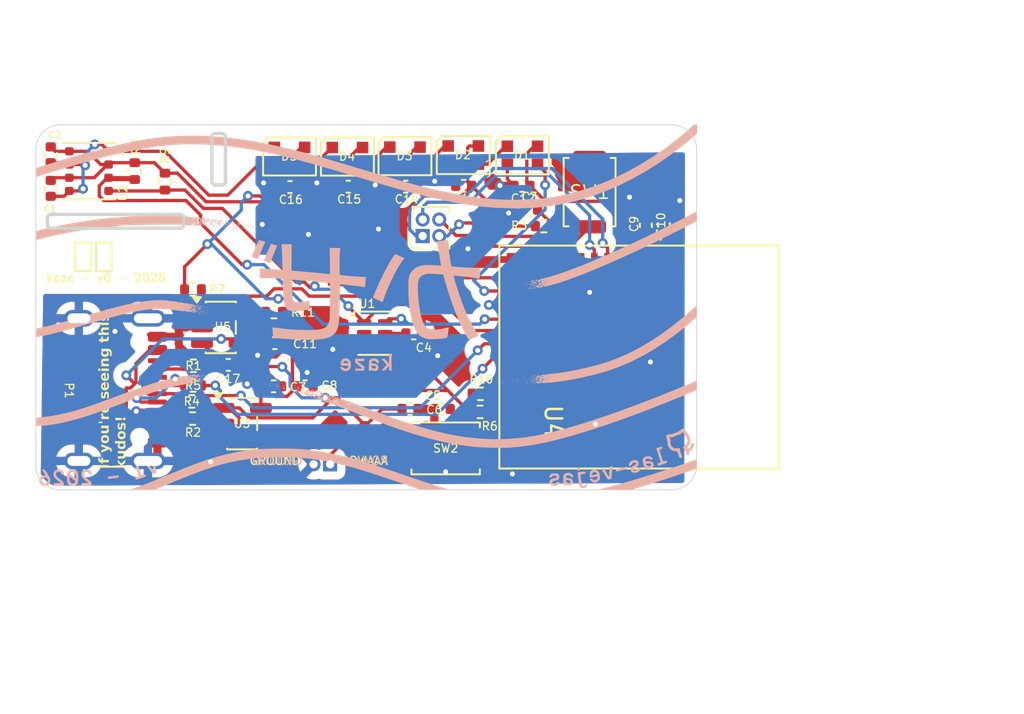
<source format=kicad_pcb>
(kicad_pcb (version 20241229) (generator "pcbnew") (generator_version "9.0")
  (layers (0 "F.Cu" signal) (2 "B.Cu" signal) (13 "F.Paste" user) (15 "B.Paste" user) (5 "F.SilkS" user "F.Silkscreen") (7 "B.SilkS" user "B.Silkscreen") (1 "F.Mask" user) (3 "B.Mask" user) (25 "Edge.Cuts" user))
  (net 0 "")
  (net 1 "+BATT")
  (net 2 "GND")
  (net 3 "+3V3")
  (net 4 "/STAT")
  (net 5 "+5V")
  (net 6 "/D-")
  (net 7 "Net-(P1-D--PadA7)")
  (net 8 "/D+")
  (net 9 "Net-(P1-D+-PadA6)")
  (net 10 "Net-(P1-CC2)")
  (net 11 "Net-(P1-CC1)")
  (net 12 "Net-(D1-DOUT)")
  (net 13 "/LED")
  (net 14 "Net-(D2-DOUT)")
  (net 15 "Net-(D3-DOUT)")
  (net 16 "Net-(D4-DOUT)")
  (net 18 "Net-(U4-IO8)")
  (net 19 "Net-(U5-PROG)")
  (net 21 "/IO4")
  (net 25 "/IO3")
  (net 30 "/IO2")
  (net 35 "/IO5")
  (net 39 "/boot")
  (net 42 "/SDA")
  (net 43 "/SCL")
  (net 44 "/EN")
  (footprint "Capacitor_SMD:C_0402_1005Metric" (layer "F.Cu") (at 157.6096 82.931)
    (property "Reference" "C17")
    (property "Value" "4.7uF")
  )
  (footprint "Capacitor_SMD:C_0402_1005Metric" (layer "F.Cu") (at 160.429 81.6102)
    (property "Reference" "C11")
    (property "Value" "4.7uF")
  )
  (footprint "Resistor_SMD:R_0402_1005Metric" (layer "F.Cu") (at 172.847 85.7758)
    (property "Reference" "R6")
    (property "Value" "10k")
  )
  (footprint "Capacitor_SMD:C_0402_1005Metric" (layer "F.Cu") (at 160.3502 84.2264)
    (property "Reference" "C7")
    (property "Value" "10uF")
  )
  (footprint "Resistor_SMD:R_0402_1005Metric" (layer "F.Cu") (at 155.448 86.1822)
    (property "Reference" "R2")
    (property "Value" "5.1k")
  )
  (footprint "Button_Switch_SMD:SW_Push_SPST_NO_Alps_SKRK" (layer "F.Cu") (at 179.4764 72.4662 -90)
    (property "Reference" "SW1")
    (property "Value" "SW_Push")
  )
  (footprint "LED_SMD:LED_WS2812B-2020_PLCC4_2.0x2.0mm" (layer "F.Cu") (at 175.4112 70.2388)
    (property "Reference" "D1")
    (property "Value" "WS2812B-2020")
  )
  (footprint "Resistor_SMD:R_0402_1005Metric" (layer "F.Cu") (at 155.4714 78.359)
    (property "Reference" "R7")
    (property "Value" "10k")
  )
  (footprint "LED_SMD:LED_WS2812B-2020_PLCC4_2.0x2.0mm" (layer "F.Cu") (at 171.8304 70.2222)
    (property "Reference" "D2")
    (property "Value" "WS2812B-2020")
  )
  (footprint "Capacitor_SMD:C_0402_1005Metric" (layer "F.Cu") (at 171.8538 72.0852 180)
    (property "Reference" "C13")
    (property "Value" "100nF")
  )
  (footprint "Resistor_SMD:R_0402_1005Metric" (layer "F.Cu") (at 151.9428 71.1942 90)
    (property "Reference" "R8")
    (property "Value" "4.7k")
  )
  (footprint "Capacitor_SMD:C_0402_1005Metric" (layer "F.Cu") (at 168.8338 81.026)
    (property "Reference" "C4")
    (property "Value" "1uF")
  )
  (footprint "Capacitor_SMD:C_0402_1005Metric" (layer "F.Cu") (at 182.88 74.4728 90)
    (property "Reference" "C10")
    (property "Value" "100nF")
  )
  (footprint "Connector_USB:USB_C_Receptacle_GCT_USB4105-xx-A_16P_TopMnt_Horizontal" (layer "F.Cu") (at 149.6396 84.4276 -90)
    (property "Reference" "P1")
    (property "Value" "USB_C_Plug_USB2.0")
  )
  (footprint "Resistor_SMD:R_0402_1005Metric" (layer "F.Cu") (at 153.7716 71.8292 90)
    (property "Reference" "R9")
    (property "Value" "4.7k")
  )
  (footprint "Package_TO_SOT_SMD:SOT-23-5" (layer "F.Cu") (at 158.4452 86.487)
    (property "Reference" "U3")
    (property "Value" "AP2112K-3.3")
  )
  (footprint "Package_TO_SOT_SMD:SOT-23-5" (layer "F.Cu") (at 157.1553 80.6602)
    (property "Reference" "U5")
    (property "Value" "MCP73831-2-OT")
  )
  (footprint "Resistor_SMD:R_0402_1005Metric" (layer "F.Cu") (at 155.4988 82.9818)
    (property "Reference" "R1")
    (property "Value" "5.1k")
  )
  (footprint "Capacitor_SMD:C_0402_1005Metric" (layer "F.Cu") (at 170.561 85.598 180)
    (property "Reference" "C5")
    (property "Value" "100nF")
  )
  (footprint "Capacitor_SMD:C_0402_1005Metric" (layer "F.Cu") (at 175.8442 73.533 180)
    (property "Reference" "C3")
    (property "Value" "1uF")
  )
  (footprint "RF_Module:ESP32-C6-MINI-1" (layer "F.Cu") (at 179.762 82.4546 -90)
    (property "Reference" "U4")
    (property "Value" "ESP32-C6-MINI-1")
  )
  (footprint "Resistor_SMD:R_0402_1005Metric" (layer "F.Cu") (at 155.3972 85.1408)
    (property "Reference" "R4")
    (property "Value" "22")
  )
  (footprint "LED_SMD:LED_WS2812B-2020_PLCC4_2.0x2.0mm" (layer "F.Cu") (at 164.8194 70.315)
    (property "Reference" "D4")
    (property "Value" "WS2812B-2020")
  )
  (footprint "Capacitor_SMD:C_0402_1005Metric" (layer "F.Cu") (at 175.3844 72.0852 180)
    (property "Reference" "C12")
    (property "Value" "100nF")
  )
  (footprint "LED_SMD:LED_WS2812B-2020_PLCC4_2.0x2.0mm" (layer "F.Cu") (at 168.2992 70.2896)
    (property "Reference" "D3")
    (property "Value" "WS2812B-2020")
  )
  (footprint "Resistor_SMD:R_0402_1005Metric" (layer "F.Cu") (at 160.3736 79.7306 180)
    (property "Reference" "R11")
    (property "Value" "2.4k")
  )
  (footprint "Capacitor_SMD:C_0402_1005Metric" (layer "F.Cu") (at 168.3512 72.136 180)
    (property "Reference" "C14")
    (property "Value" "100nF")
  )
  (footprint "LED_SMD:LED_WS2812B-2020_PLCC4_2.0x2.0mm" (layer "F.Cu") (at 161.3142 70.3072)
    (property "Reference" "D5")
    (property "Value" "WS2812B-2020")
  )
  (footprint "Resistor_SMD:R_0402_1005Metric" (layer "F.Cu") (at 172.8724 84.6836)
    (property "Reference" "R10")
    (property "Value" "10k")
  )
  (footprint "Package_LGA:Bosch_LGA-8_3x3mm_P0.8mm_ClockwisePinNumbering" (layer "F.Cu") (at 149.1742 71.1942 -90)
    (property "Reference" "U2")
    (property "Value" "BME680")
  )
  (footprint "Capacitor_SMD:C_0402_1005Metric" (layer "F.Cu") (at 168.6052 85.598)
    (property "Reference" "C6")
    (property "Value" "10uF")
  )
  (footprint "Resistor_SMD:R_0402_1005Metric" (layer "F.Cu") (at 155.4734 84.1756)
    (property "Reference" "R5")
    (property "Value" "22")
  )
  (footprint "Resistor_SMD:R_0402_1005Metric" (layer "F.Cu") (at 176.7078 74.5236)
    (property "Reference" "R3")
    (property "Value" "10k")
  )
  (footprint "Connector_PinHeader_1.00mm:PinHeader_2x02_P1.00mm_Vertical" (layer "F.Cu") (at 169.3752 75.1252 90)
    (property "Reference" "J2" (hide yes))
    (property "Value" "Conn_02x02_Odd_Even")
  )
  (footprint "Button_Switch_SMD:SW_Push_SPST_NO_Alps_SKRK" (layer "F.Cu") (at 170.7642 87.9856)
    (property "Reference" "SW2")
    (property "Value" "SW_Push")
  )
  (footprint "OptoDevice:AMS_TSL25911FN" (layer "F.Cu") (at 166.4691 81.011)
    (property "Reference" "U1")
    (property "Value" "TSL25911FN")
  )
  (footprint "Capacitor_SMD:C_0402_1005Metric" (layer "F.Cu") (at 162.2552 84.2264)
    (property "Reference" "C8")
    (property "Value" "100nF")
  )
  (footprint "Capacitor_SMD:C_0402_1005Metric" (layer "F.Cu") (at 183.9722 74.4448 90)
    (property "Reference" "C9")
    (property "Value" "22uf")
  )
  (footprint "Capacitor_SMD:C_0402_1005Metric" (layer "F.Cu") (at 164.8714 72.136 180)
    (property "Reference" "C15")
    (property "Value" "100nF")
  )
  (footprint "Capacitor_SMD:C_0402_1005Metric" (layer "F.Cu") (at 161.3408 72.1614 180)
    (property "Reference" "C16")
    (property "Value" "100nF")
  )
  (footprint "Capacitor_SMD:C_0402_1005Metric" (layer "F.Cu") (at 146.8628 72.2376 -90)
    (property "Reference" "C1")
    (property "Value" "100nF")
  )
  (footprint "Capacitor_SMD:C_0402_1005Metric" (layer "F.Cu") (at 146.8628 70.2056 -90)
    (property "Reference" "C2")
    (property "Value" "100nF")
  )
  (footprint "LOGO" (layer "B.Cu") (at 165.9636 79.4258 180)
    (property "Reference" "G***" (hide yes))
    (property "Value" "LOGO" (hide yes))
  )
  (footprint "Connector_PinHeader_1.00mm:PinHeader_1x02_P1.00mm_Vertical" (layer "B.Cu") (at 163.3462 88.5258 180)
    (property "Reference" "J1" (hide yes))
    (property "Value" "Conn_01x02_Pin")
  )
  (gr_line (start 145.9563 88.998) (end 145.9563 69.8898) (stroke (width 0.05)) (layer "Edge.Cuts"))
  (gr_line (start 185.9563 69.8898) (end 185.9563 88.998) (stroke (width 0.05)) (layer "Edge.Cuts"))
  (gr_line (start 156.6164 71.8344) (end 156.6164 69.1102) (stroke (width 0.2)) (layer "Edge.Cuts"))
  (gr_arc (start 145.9563 69.8898) (mid 146.39564 68.82914) (end 147.4563 68.3898) (stroke (width 0.05)) (layer "Edge.Cuts"))
  (gr_line (start 146.6596 74.4506) (end 146.6596 74.0124) (stroke (width 0.2)) (layer "Edge.Cuts"))
  (gr_arc (start 154.9146 74.4506) (mid 154.856021 74.592021) (end 154.7146 74.6506) (stroke (width 0.2)) (layer "Edge.Cuts"))
  (gr_line (start 157.4292 69.1102) (end 157.4292 71.8344) (stroke (width 0.2)) (layer "Edge.Cuts"))
  (gr_line (start 154.7146 74.6506) (end 146.8596 74.6506) (stroke (width 0.2)) (layer "Edge.Cuts"))
  (gr_line (start 154.9146 74.0124) (end 154.9146 74.4506) (stroke (width 0.2)) (layer "Edge.Cuts"))
  (gr_line (start 156.8164 68.9102) (end 157.2292 68.9102) (stroke (width 0.2)) (layer "Edge.Cuts"))
  (gr_arc (start 146.6596 74.0124) (mid 146.718179 73.870979) (end 146.8596 73.8124) (stroke (width 0.2)) (layer "Edge.Cuts"))
  (gr_line (start 184.4563 90.498) (end 147.4563 90.498) (stroke (width 0.05)) (layer "Edge.Cuts"))
  (gr_arc (start 147.4563 90.498) (mid 146.39564 90.05866) (end 145.9563 88.998) (stroke (width 0.05)) (layer "Edge.Cuts"))
  (gr_arc (start 157.2292 68.9102) (mid 157.370621 68.968779) (end 157.4292 69.1102) (stroke (width 0.2)) (layer "Edge.Cuts"))
  (gr_arc (start 185.9563 88.998) (mid 185.51696 90.05866) (end 184.4563 90.498) (stroke (width 0.05)) (layer "Edge.Cuts"))
  (gr_arc (start 146.8596 74.6506) (mid 146.718179 74.592021) (end 146.6596 74.4506) (stroke (width 0.2)) (layer "Edge.Cuts"))
  (gr_arc (start 157.4292 71.8344) (mid 157.370621 71.975821) (end 157.2292 72.0344) (stroke (width 0.2)) (layer "Edge.Cuts"))
  (gr_arc (start 184.4563 68.3898) (mid 185.51696 68.82914) (end 185.9563 69.8898) (stroke (width 0.05)) (layer "Edge.Cuts"))
  (gr_arc (start 154.7146 73.8124) (mid 154.856021 73.870979) (end 154.9146 74.0124) (stroke (width 0.2)) (layer "Edge.Cuts"))
  (gr_arc (start 156.6164 69.1102) (mid 156.674979 68.968779) (end 156.8164 68.9102) (stroke (width 0.2)) (layer "Edge.Cuts"))
  (gr_line (start 147.4563 68.3898) (end 184.4563 68.3898) (stroke (width 0.05)) (layer "Edge.Cuts"))
  (gr_line (start 146.8596 73.8124) (end 154.7146 73.8124) (stroke (width 0.2)) (layer "Edge.Cuts"))
  (gr_arc (start 156.8164 72.0344) (mid 156.674979 71.975821) (end 156.6164 71.8344) (stroke (width 0.2)) (layer "Edge.Cuts"))
  (gr_line (start 157.2292 72.0344) (end 156.8164 72.0344) (stroke (width 0.2)) (layer "Edge.Cuts"))
  (gr_text "If you're seeing this, \nkudos!" (at 151.4856 89.2302 90) (layer "F.SilkS") (effects (font (size 0.6 0.6) (thickness 0.15) (bold yes)) (justify left bottom)))
  (gr_text "かぜ" (at 148.1836 77.1906 0) (layer "F.SilkS") (effects (font (size 1.5 1.5) (thickness 0.3) (bold yes)) (justify left bottom)))
  (gr_text "kaze - v0 - 2026" (at 146.5326 77.9526 0) (layer "F.SilkS") (effects (font (size 0.5 0.5) (thickness 0.1) (bold yes)) (justify left bottom)))
  (segment (start 165.735 86.4362) (end 166.084 86.4362) (width 0.2) (layer "F.Cu") (net 1))
  (segment (start 163.9316 84.9218) (end 164.2206 84.9218) (width 0.2) (layer "F.Cu") (net 1))
  (segment (start 168.1252 85.598) (end 166.9222 85.598) (width 0.2) (layer "F.Cu") (net 1))
  (segment (start 157.7406 83.542) (end 158.4438 83.542) (width 0.2) (layer "F.Cu") (net 1))
  (segment (start 157.1296 82.931) (end 157.7406 83.542) (width 0.2) (layer "F.Cu") (net 1))
  (segment (start 157.662168 85.537) (end 158.2712 86.146032) (width 0.2) (layer "F.Cu") (net 1))
  (segment (start 163.4744 84.9218) (end 163.9316 84.9218) (width 0.2) (layer "F.Cu") (net 1))
  (segment (start 157.970199 87.437) (end 157.3077 87.437) (width 0.2) (layer "F.Cu") (net 1))
  (segment (start 166.9222 85.598) (end 166.084 86.4362) (width 0.2) (layer "F.Cu") (net 1))
  (segment (start 164.2206 84.9218) (end 165.735 86.4362) (width 0.2) (layer "F.Cu") (net 1))
  (segment (start 158.4438 83.542) (end 158.9532 83.0326) (width 0.2) (layer "F.Cu") (net 1))
  (segment (start 165.735 86.4362) (end 163.7712 88.4) (width 0.2) (layer "F.Cu") (net 1))
  (segment (start 158.9532 83.0326) (end 160.857204 83.0326) (width 0.2) (layer "F.Cu") (net 1))
  (segment (start 157.3077 85.537) (end 157.662168 85.537) (width 0.2) (layer "F.Cu") (net 1))
  (segment (start 157.1296 82.931) (end 157.1296 82.722) (width 0.2) (layer "F.Cu") (net 1))
  (segment (start 158.2712 86.146032) (end 158.2712 87.135999) (width 0.2) (layer "F.Cu") (net 1))
  (segment (start 158.278232 85.537) (end 158.879232 86.138) (width 0.2) (layer "F.Cu") (net 1))
  (segment (start 157.1296 82.722) (end 156.0178 81.6102) (width 0.2) (layer "F.Cu") (net 1))
  (segment (start 157.3077 85.537) (end 158.278232 85.537) (width 0.2) (layer "F.Cu") (net 1))
  (segment (start 158.2712 87.135999) (end 157.970199 87.437) (width 0.2) (layer "F.Cu") (net 1))
  (segment (start 163.7712 88.4) (end 163.7712 88.9508) (width 0.2) (layer "F.Cu") (net 1))
  (segment (start 162.7154 86.138) (end 163.9316 84.9218) (width 0.2) (layer "F.Cu") (net 1))
  (segment (start 158.879232 86.138) (end 162.7154 86.138) (width 0.2) (layer "F.Cu") (net 1))
  (segment (start 160.857204 83.0326) (end 160.874432 83.049828) (width 0.2) (layer "F.Cu") (net 1))
  (via (at 160.874432 83.049828) (size 0.6) (drill 0.3) (layers "F.Cu" "B.Cu") (net 1))
  (via (at 163.4744 84.9218) (size 0.6) (drill 0.3) (layers "F.Cu" "B.Cu") (net 1))
  (segment (start 162.052 84.9218) (end 161.349404 84.219204) (width 0.2) (layer "B.Cu") (net 1))
  (segment (start 161.349404 84.219204) (end 161.349404 83.5248) (width 0.2) (layer "B.Cu") (net 1))
  (segment (start 161.349404 83.5248) (end 160.874432 83.049828) (width 0.2) (layer "B.Cu") (net 1))
  (segment (start 163.4744 84.9218) (end 162.052 84.9218) (width 0.2) (layer "B.Cu") (net 1))
  (segment (start 160.3992 70.8572) (end 160.3992 71.6998) (width 0.2) (layer "F.Cu") (net 2))
  (segment (start 155.958 88.2162) (end 156.5402 88.7984) (width 0.2) (layer "F.Cu") (net 2))
  (segment (start 162.3822 83.8734) (end 162.7352 84.2264) (width 0.2) (layer "F.Cu") (net 2))
  (segment (start 155.958 86.1822) (end 155.958 88.2162) (width 0.2) (layer "F.Cu") (net 2))
  (segment (start 164.846 81.661) (end 164.7952 81.7118) (width 0.2) (layer "F.Cu") (net 2))
  (segment (start 153.9234 82.6776) (end 154.559 82.042) (width 0.2) (layer "F.Cu") (net 2))
  (segment (start 167.3842 71.649) (end 167.8712 72.136) (width 0.2) (layer "F.Cu") (net 2))
  (segment (start 150.3617 69.9942) (end 153.7717 69.9942) (width 0.2) (layer "F.Cu") (net 2))
  (segment (start 174.812 76.5046) (end 172.7198 76.5046) (width 0.2) (layer "F.Cu") (net 2))
  (segment (start 160.909 82.042) (end 160.909 81.6102) (width 0.2) (layer "F.Cu") (net 2))
  (segment (start 175.9524 79.2546) (end 175.9712 79.2734) (width 0.2) (layer "F.Cu") (net 2))
  (segment (start 174.4962 70.7888) (end 174.4962 71.677) (width 0.2) (layer "F.Cu") (net 2))
  (segment (start 159.2422 83.5914) (end 158.75 84.0836) (width 0.2) (layer "F.Cu") (net 2))
  (segment (start 160.909 79.756) (end 160.8836 79.7306) (width 0.2) (layer "F.Cu") (net 2))
  (segment (start 170.9154 70.7722) (end 170.9154 71.6268) (width 0.2) (layer "F.Cu") (net 2))
  (segment (start 149.946185 69.578685) (end 150.3617 69.9942) (width 0.2) (layer "F.Cu") (net 2))
  (segment (start 175.3642 73.533) (end 174.779543 73.533) (width 0.2) (layer "F.Cu") (net 2))
  (segment (start 174.862 79.2546) (end 173.4246 79.2546) (width 0.2) (layer "F.Cu") (net 2))
  (segment (start 154.2546 81.2276) (end 153.3196 81.2276) (width 0.2) (layer "F.Cu") (net 2))
  (segment (start 157.3077 86.487) (end 156.2628 86.487) (width 0.2) (layer "F.Cu") (net 2))
  (segment (start 148.8992 70.7942) (end 148.9456 70.8406) (width 0.2) (layer "F.Cu") (net 2))
  (segment (start 157.5762 72.6494) (end 159.3684 70.8572) (width 0.2) (layer "F.Cu") (net 2))
  (segment (start 153.3196 82.6776) (end 153.9234 82.6776) (width 0.2) (layer "F.Cu") (net 2))
  (segment (start 159.3684 70.8572) (end 160.3992 70.8572) (width 0.2) (layer "F.Cu") (net 2))
  (segment (start 167.3842 70.8396) (end 167.3842 71.649) (width 0.2) (layer "F.Cu") (net 2))
  (segment (start 174.862 76.5546) (end 174.812 76.5046) (width 0.2) (layer "F.Cu") (net 2))
  (segment (start 148.6874 72.3942) (end 148.8186 72.263) (width 0.2) (layer "F.Cu") (net 2))
  (segment (start 153.3196 85.6776) (end 152.094035 85.6776) (width 0.2) (layer "F.Cu") (net 2))
  (segment (start 153.7717 69.9942) (end 156.4269 72.6494) (width 0.2) (layer "F.Cu") (net 2))
  (segment (start 147.9867 70.7942) (end 148.8992 70.7942) (width 0.2) (layer "F.Cu") (net 2))
  (segment (start 175.762 77.2608) (end 176.2506 77.7494) (width 0.2) (layer "F.Cu") (net 2))
  (segment (start 159.4866 82.4484) (end 160.5026 82.4484) (width 0.2) (layer "F.Cu") (net 2))
  (segment (start 163.9044 71.649) (end 164.3914 72.136) (width 0.2) (layer "F.Cu") (net 2))
  (segment (start 165.8316 81.661) (end 164.846 81.661) (width 0.2) (layer "F.Cu") (net 2))
  (segment (start 172.7198 76.5046) (end 172.1104 75.8952) (width 0.2) (layer "F.Cu") (net 2))
  (segment (start 175.762 76.5546) (end 174.862 76.5546) (width 0.2) (layer "F.Cu") (net 2))
  (segment (start 160.8302 84.2264) (end 160.1952 83.5914) (width 0.2) (layer "F.Cu") (net 2))
  (segment (start 156.2628 86.487) (end 155.958 86.1822) (width 0.2) (layer "F.Cu") (net 2))
  (segment (start 146.8628 70.6856) (end 147.8781 70.6856) (width 0.2) (layer "F.Cu") (net 2))
  (segment (start 174.812 89.5258) (end 174.8028 89.535) (width 0.2) (layer "F.Cu") (net 2))
  (segment (start 175.762 76.5546) (end 175.762 77.2608) (width 0.2) (layer "F.Cu") (net 2))
  (segment (start 174.779543 73.533) (end 174.576343 73.7362) (width 0.2) (layer "F.Cu") (net 2))
  (segment (start 149.521715 69.578685) (end 149.946185 69.578685) (width 0.2) (layer "F.Cu") (net 2))
  (segment (start 173.4246 79.2546) (end 173.3804 79.2988) (width 0.2) (layer "F.Cu") (net 2))
  (segment (start 170.9154 71.6268) (end 171.3738 72.0852) (width 0.2) (layer "F.Cu") (net 2))
  (segment (start 160.3992 71.6998) (end 160.8608 72.1614) (width 0.2) (layer "F.Cu") (net 2))
  (segment (start 174.862 79.2546) (end 175.9524 79.2546) (width 0.2) (layer "F.Cu") (net 2))
  (segment (start 159.385 82.3468) (end 159.4866 82.4484) (width 0.2) (layer "F.Cu") (net 2))
  (segment (start 163.9044 70.865) (end 163.9044 71.649) (width 0.2) (layer "F.Cu") (net 2))
  (segment (start 160.5026 82.4484) (end 160.909 82.042) (width 0.2) (layer "F.Cu") (net 2))
  (segment (start 156.4269 72.6494) (end 157.5762 72.6494) (width 0.2) (layer "F.Cu") (net 2))
  (segment (start 174.4962 71.677) (end 174.9044 72.0852) (width 0.2) (layer "F.Cu") (net 2))
  (segment (start 158.6738 82.3468) (end 159.385 82.3468) (width 0.2) (layer "F.Cu") (net 2))
  (segment (start 147.9867 72.3942) (end 148.6874 72.3942) (width 0.2) (layer "F.Cu") (net 2))
  (segment (start 160.909 81.6102) (end 160.909 79.756) (width 0.2) (layer "F.Cu") (net 2))
  (segment (start 158.0896 82.931) (end 158.6738 82.3468) (width 0.2) (layer "F.Cu") (net 2))
  (segment (start 156.0088 82.9818) (end 154.2546 81.2276) (width 0.2) (layer "F.Cu") (net 2))
  (segment (start 162.3822 83.3882) (end 162.3822 83.8734) (width 0.2) (layer "F.Cu") (net 2))
  (segment (start 147.8781 70.6856) (end 147.9867 70.7942) (width 0.2) (layer "F.Cu") (net 2))
  (segment (start 152.094035 85.6776) (end 152.0348 85.736835) (width 0.2) (layer "F.Cu") (net 2))
  (segment (start 174.812 88.4046) (end 174.812 89.5258) (width 0.2) (layer "F.Cu") (net 2))
  (segment (start 160.1952 83.5914) (end 159.2422 83.5914) (width 0.2) (layer "F.Cu") (net 2))
  (segment (start 146.8628 72.7176) (end 147.6633 72.7176) (width 0.2) (layer "F.Cu") (net 2))
  (segment (start 147.6633 72.7176) (end 147.9867 72.3942) (width 0.2) (layer "F.Cu") (net 2))
  (via (at 181.8894 72.771) (size 0.6) (drill 0.3) (layers "F.Cu" "B.Cu") (net 2))
  (via (at 170.7642 89.408) (size 0.6) (drill 0.3) (layers "F.Cu" "B.Cu") (net 2))
  (via (at 158.75 84.0836) (size 0.6) (drill 0.3) (layers "F.Cu" "B.Cu") (net 2))
  (via (at 162.4584 75.0316) (size 0.6) (drill 0.3) (layers "F.Cu" "B.Cu") (net 2))
  (via (at 152.0348 85.736835) (size 0.6) (drill 0.3) (layers "F.Cu" "B.Cu") (net 2))
  (via (at 150.749 80.899) (size 0.6) (drill 0.3) (layers "F.Cu" "B.Cu") (net 2))
  (via (at 166.7002 74.7014) (size 0.6) (drill 0.3) (layers "F.Cu" "B.Cu") (net 2))
  (via (at 173.3804 79.2988) (size 0.6) (drill 0.3) (layers "F.Cu" "B.Cu") (net 2))
  (via (at 166.497 72.0344) (size 0.6) (drill 0.3) (layers "F.Cu" "B.Cu") (net 2))
  (via (at 170.1038 71.8058) (size 0.6) (drill 0.3) (layers "F.Cu" "B.Cu") (net 2))
  (via (at 159.385 82.3468) (size 0.6) (drill 0.3) (layers "F.Cu" "B.Cu") (net 2))
  (via (at 179.4764 78.5368) (size 0.6) (drill 0.3) (layers "F.Cu" "B.Cu") (net 2))
  (via (at 170.2816 82.3722) (size 0.6) (drill 0.3) (layers "F.Cu" "B.Cu") (net 2))
  (via (at 174.8028 89.535) (size 0.6) (drill 0.3) (layers "F.Cu" "B.Cu") (net 2))
  (via (at 163.9316 81.9912) (size 0.6) (drill 0.3) (layers "F.Cu" "B.Cu") (net 2))
  (via (at 183.1594 82.7532) (size 0.6) (drill 0.3) (layers "F.Cu" "B.Cu") (net 2))
  (via (at 159.6644 74.422) (size 0.6) (drill 0.3) (layers "F.Cu" "B.Cu") (net 2))
  (via (at 148.9456 70.8406) (size 0.6) (drill 0.3) (layers "F.Cu" "B.Cu") (net 2))
  (via (at 162.3822 83.3882) (size 0.6) (drill 0.3) (layers "F.Cu" "B.Cu") (net 2))
  (via (at 184.9374 72.9742) (size 0.6) (drill 0.3) (layers "F.Cu" "B.Cu") (net 2))
  (via (at 174.045965 72.064965) (size 0.6) (drill 0.3) (layers "F.Cu" "B.Cu") (net 2))
  (via (at 149.521715 69.578685) (size 0.6) (drill 0.3) (layers "F.Cu" "B.Cu") (net 2))
  (via (at 162.9664 71.9074) (size 0.6) (drill 0.3) (layers "F.Cu" "B.Cu") (net 2))
  (via (at 174.576343 73.7362) (size 0.6) (drill 0.3) (layers "F.Cu" "B.Cu") (net 2))
  (via (at 179.832 86.5124) (size 0.6) (drill 0.3) (layers "F.Cu" "B.Cu") (net 2))
  (via (at 156.5402 88.7984) (size 0.6) (drill 0.3) (layers "F.Cu" "B.Cu") (net 2))
  (via (at 159.7406 71.9074) (size 0.6) (drill 0.3) (layers "F.Cu" "B.Cu") (net 2))
  (via (at 172.1104 75.8952) (size 0.6) (drill 0.3) (layers "F.Cu" "B.Cu") (net 2))
  (via (at 148.8186 72.263) (size 0.6) (drill 0.3) (layers "F.Cu" "B.Cu") (net 2))
  (segment (start 148.9456 70.1548) (end 149.521715 69.578685) (width 0.2) (layer "B.Cu") (net 2))
  (segment (start 148.8186 72.263) (end 148.8186 70.9676) (width 0.2) (layer "B.Cu") (net 2))
  (segment (start 148.8186 70.9676) (end 148.9456 70.8406) (width 0.2) (layer "B.Cu") (net 2))
  (segment (start 159.385 83.4486) (end 158.75 84.0836) (width 0.2) (layer "B.Cu") (net 2))
  (segment (start 159.385 82.3468) (end 159.385 83.4486) (width 0.2) (layer "B.Cu") (net 2))
  (segment (start 148.9456 70.8406) (end 148.9456 70.1548) (width 0.2) (layer "B.Cu") (net 2))
  (segment (start 172.3624 84.6836) (end 172.3624 85.7504) (width 0.2) (layer "F.Cu") (net 3))
  (segment (start 172.3338 72.0852) (end 173.172 72.9234) (width 0.2) (layer "F.Cu") (net 3))
  (segment (start 175.0262 72.9234) (end 175.8644 72.0852) (width 0.2) (layer "F.Cu") (net 3))
  (segment (start 171.7228 72.6962) (end 172.3338 72.0852) (width 0.2) (layer "F.Cu") (net 3))
  (segment (start 161.5782 71.9188) (end 161.8208 72.1614) (width 0.2) (layer "F.Cu") (net 3))
  (segment (start 165.0834 70.214) (end 165.0834 71.868) (width 0.2) (layer "F.Cu") (net 3))
  (segment (start 183.9442 74.9528) (end 183.9722 74.9248) (width 0.2) (layer "F.Cu") (net 3))
  (segment (start 161.4932 82.677) (end 161.49 82.6738) (width 0.2) (layer "F.Cu") (net 3))
  (segment (start 161.7752 84.2264) (end 161.4932 83.9444) (width 0.2) (layer "F.Cu") (net 3))
  (segment (start 159.5374 72.6948) (end 159.893 73.0504) (width 0.2) (layer "F.Cu") (net 3))
  (segment (start 172.7454 69.6722) (end 172.1954 69.6722) (width 0.2) (layer "F.Cu") (net 3))
  (segment (start 170.8912 84.4804) (end 164.5158 84.4804) (width 0.2) (layer "F.Cu") (net 3))
  (segment (start 161.8208 72.1614) (end 162.7098 73.0504) (width 0.2) (layer "F.Cu") (net 3))
  (segment (start 168.3538 81.943) (end 170.8912 84.4804) (width 0.2) (layer "F.Cu") (net 3))
  (segment (start 172.0944 71.8458) (end 172.3338 72.0852) (width 0.2) (layer "F.Cu") (net 3))
  (segment (start 168.5632 71.868) (end 168.8312 72.136) (width 0.2) (layer "F.Cu") (net 3))
  (segment (start 149.0887 69.9942) (end 149.8887 70.7942) (width 0.2) (layer "F.Cu") (net 3))
  (segment (start 161.49 79.3798) (end 161.49 82.6738) (width 0.2) (layer "F.Cu") (net 3))
  (segment (start 168.1454 72.8218) (end 168.8312 72.136) (width 0.2) (layer "F.Cu") (net 3))
  (segment (start 182.88 74.9528) (end 182.8266 74.9528) (width 0.2) (layer "F.Cu") (net 3))
  (segment (start 164.5158 84.4804) (end 162.7092 82.6738) (width 0.2) (layer "F.Cu") (net 3))
  (segment (start 168.8312 72.136) (end 169.3914 72.6962) (width 0.2) (layer "F.Cu") (net 3))
  (segment (start 147.1314 69.9942) (end 146.8628 69.7256) (width 0.2) (layer "F.Cu") (net 3))
  (segment (start 172.0944 69.7732) (end 172.0944 71.8458) (width 0.2) (layer "F.Cu") (net 3))
  (segment (start 147.9867 71.5942) (end 147.0262 71.5942) (width 0.2) (layer "F.Cu") (net 3))
  (segment (start 175.6752 71.896) (end 175.8644 72.0852) (width 0.2) (layer "F.Cu") (net 3))
  (segment (start 156.2608 73.0504) (end 159.893 73.0504) (width 0.2) (layer "F.Cu") (net 3))
  (segment (start 158.8008 72.6948) (end 159.5374 72.6948) (width 0.2) (layer "F.Cu") (net 3))
  (segment (start 182.8266 74.9528) (end 182.162 75.6174) (width 0.2) (layer "F.Cu") (net 3))
  (segment (start 168.3538 81.026) (end 167.1216 81.026) (width 0.2) (layer "F.Cu") (net 3))
  (segment (start 161.5782 70.2062) (end 161.5782 71.9188) (width 0.2) (layer "F.Cu") (net 3))
  (segment (start 169.0122 69.7396) (end 168.5632 70.1886) (width 0.2) (layer "F.Cu") (net 3))
  (segment (start 161.032293 78.922093) (end 161.49 79.3798) (width 0.2) (layer "F.Cu") (net 3))
  (segment (start 153.1366 70.6842) (end 153.7716 71.3192) (width 0.2) (layer "F.Cu") (net 3))
  (segment (start 162.7098 73.0504) (end 162.7632 73.0504) (width 0.2) (layer "F.Cu") (net 3))
  (segment (start 169.3914 72.6962) (end 171.7228 72.6962) (width 0.2) (layer "F.Cu") (net 3))
  (segment (start 172.1866 85.7758) (end 170.8912 84.4804) (width 0.2) (layer "F.Cu") (net 3))
  (segment (start 159.893 73.0504) (end 162.7632 73.0504) (width 0.2) (layer "F.Cu") (net 3))
  (segment (start 159.5827 85.537) (end 159.5827 84.5139) (width 0.2) (layer "F.Cu") (net 3))
  (segment (start 168.3538 81.026) (end 168.3538 81.943) (width 0.2) (layer "F.Cu") (net 3))
  (segment (start 150.293282 70.7942) (end 150.3617 70.7942) (width 0.2) (layer "F.Cu") (net 3))
  (segment (start 176.8022 73.023) (end 177.1142 73.023) (width 0.2) (layer "F.Cu") (net 3))
  (segment (start 162.7092 82.6738) (end 161.49 82.6738) (width 0.2) (layer "F.Cu") (net 3))
  (segment (start 147.9867 69.9942) (end 147.1314 69.9942) (width 0.2) (layer "F.Cu") (net 3))
  (segment (start 168.5632 70.1886) (end 168.5632 71.868) (width 0.2) (layer "F.Cu") (net 3))
  (segment (start 154.5296 71.3192) (end 156.2608 73.0504) (width 0.2) (layer "F.Cu") (net 3))
  (segment (start 159.5827 84.5139) (end 159.8702 84.2264) (width 0.2) (layer "F.Cu") (net 3))
  (segment (start 162.0272 69.7572) (end 161.5782 70.2062) (width 0.2) (layer "F.Cu") (net 3))
  (segment (start 173.172 72.9234) (end 175.0262 72.9234) (width 0.2) (layer "F.Cu") (net 3))
  (segment (start 159.8702 84.2264) (end 160.4812 84.8374) (width 0.2) (layer "F.Cu") (net 3))
  (segment (start 149.493282 71.5942) (end 150.293282 70.7942) (width 0.2) (layer "F.Cu") (net 3))
  (segment (start 176.1242 69.6888) (end 175.6752 70.1378) (width 0.2) (layer "F.Cu") (net 3))
  (segment (start 161.4932 83.9444) (end 161.4932 82.677) (width 0.2) (layer "F.Cu") (net 3))
  (segment (start 169.2142 69.7396) (end 169.0122 69.7396) (width 0.2) (layer "F.Cu") (net 3))
  (segment (start 175.6752 70.1378) (end 175.6752 71.896) (width 0.2) (layer "F.Cu") (net 3))
  (segment (start 165.3514 72.136) (end 166.0372 72.8218) (width 0.2) (layer "F.Cu") (net 3))
  (segment (start 165.7344 69.765) (end 165.5324 69.765) (width 0.2) (layer "F.Cu") (net 3))
  (segment (start 151.9428 70.6842) (end 150.4717 70.6842) (width 0.2) (layer "F.Cu") (net 3))
  (segment (start 154.9614 76.9914) (end 156.337 75.6158) (width 0.2) (layer "F.Cu") (net 3))
  (segment (start 167.1216 81.026) (end 167.1066 81.011) (width 0.2) (layer "F.Cu") (net 3))
  (segment (start 147.9867 69.9942) (end 149.0887 69.9942) (width 0.2) (layer "F.Cu") (net 3))
  (segment (start 172.1954 69.6722) (end 172.0944 69.7732) (width 0.2) (layer "F.Cu") (net 3))
  (segment (start 174.371 72.9234) (end 174.5782 72.9234) (width 0.2) (layer "F.Cu") (net 3))
  (segment (start 161.1642 84.8374) (end 161.7752 84.2264) (width 0.2) (layer "F.Cu") (net 3))
  (segment (start 175.8644 72.0852) (end 176.8022 73.023) (width 0.2) (layer "F.Cu") (net 3))
  (segment (start 147.9867 71.5942) (end 149.493282 71.5942) (width 0.2) (layer "F.Cu") (net 3))
  (segment (start 182.781 74.9528) (end 182.88 74.9528) (width 0.2) (layer "F.Cu") (net 3))
  (segment (start 182.88 74.9528) (end 183.9442 74.9528) (width 0.2) (layer "F.Cu") (net 3))
  (segment (start 172.3624 85.7504) (end 172.337 85.7758) (width 0.2) (layer "F.Cu") (net 3))
  (segment (start 154.9614 78.359) (end 154.9614 76.9914) (width 0.2) (layer "F.Cu") (net 3))
  (segment (start 164.437 73.0504) (end 165.3514 72.136) (width 0.2) (layer "F.Cu") (net 3))
  (segment (start 153.7716 71.3192) (end 154.5296 71.3192) (width 0.2) (layer "F.Cu") (net 3))
  (segment (start 151.9428 70.6842) (end 153.1366 70.6842) (width 0.2) (layer "F.Cu") (net 3))
  (segment (start 182.162 76.5546) (end 182.162 75.6174) (width 0.2) (layer "F.Cu") (net 3))
  (segment (start 165.0834 71.868) (end 165.3514 72.136) (width 0.2) (layer "F.Cu") (net 3))
  (segment (start 162.7632 73.0504) (end 164.437 73.0504) (width 0.2) (layer "F.Cu") (net 3))
  (segment (start 173.976343 74.039086) (end 173.976343 73.318057) (width 0.2) (layer "F.Cu") (net 3))
  (segment (start 173.976343 73.318057) (end 174.371 72.9234) (width 0.2) (layer "F.Cu") (net 3))
  (segment (start 176.1978 74.5236) (end 174.460857 74.5236) (width 0.2) (layer "F.Cu") (net 3))
  (segment (start 147.0262 71.5942) (end 146.8628 71.7576) (width 0.2) (layer "F.Cu") (net 3))
  (segment (start 160.628279 78.922093) (end 161.032293 78.922093) (width 0.2) (layer "F.Cu") (net 3))
  (segment (start 162.2292 69.7572) (end 162.0272 69.7572) (width 0.2) (layer "F.Cu") (net 3))
  (segment (start 150.4717 70.6842) (end 150.3617 70.7942) (width 0.2) (layer "F.Cu") (net 3))
  (segment (start 174.460857 74.5236) (end 173.976343 74.039086) (width 0.2) (layer "F.Cu") (net 3))
  (segment (start 172.337 85.7758) (end 172.1866 85.7758) (width 0.2) (layer "F.Cu") (net 3))
  (segment (start 160.4812 84.8374) (end 161.1642 84.8374) (width 0.2) (layer "F.Cu") (net 3))
  (segment (start 149.8887 70.7942) (end 150.3617 70.7942) (width 0.2) (layer "F.Cu") (net 3))
  (segment (start 177.1142 73.023) (end 180.8512 73.023) (width 0.2) (layer "F.Cu") (net 3))
  (segment (start 176.3262 69.6888) (end 176.1242 69.6888) (width 0.2) (layer "F.Cu") (net 3))
  (segment (start 166.0372 72.8218) (end 168.1454 72.8218) (width 0.2) (layer "F.Cu") (net 3))
  (segment (start 165.5324 69.765) (end 165.0834 70.214) (width 0.2) (layer "F.Cu") (net 3))
  (segment (start 180.8512 73.023) (end 182.781 74.9528) (width 0.2) (layer "F.Cu") (net 3))
  (via (at 158.8008 72.6948) (size 0.6) (drill 0.3) (layers "F.Cu" "B.Cu") (net 3))
  (via (at 156.337 75.6158) (size 0.6) (drill 0.3) (layers "F.Cu" "B.Cu") (net 3))
  (via (at 160.628279 78.922093) (size 0.6) (drill 0.3) (layers "F.Cu" "B.Cu") (net 3))
  (segment (start 160.628279 78.922093) (end 159.897293 78.922093) (width 0.2) (layer "B.Cu") (net 3))
  (segment (start 158.8008 72.6948) (end 158.3944 73.1012) (width 0.2) (layer "B.Cu") (net 3))
  (segment (start 158.3944 73.5584) (end 156.337 75.6158) (width 0.2) (layer "B.Cu") (net 3))
  (segment (start 159.897293 78.922093) (end 156.591 75.6158) (width 0.2) (layer "B.Cu") (net 3))
  (segment (start 158.3944 73.1012) (end 158.3944 73.5584) (width 0.2) (layer "B.Cu") (net 3))
  (segment (start 156.591 75.6158) (end 156.337 75.6158) (width 0.2) (layer "B.Cu") (net 3))
  (segment (start 174.862 77.6546) (end 171.3416 77.6546) (width 0.2) (layer "F.Cu") (net 4))
  (segment (start 162.5006 78.7654) (end 162.056293 78.321093) (width 0.2) (layer "F.Cu") (net 4))
  (segment (start 170.2308 78.7654) (end 162.5006 78.7654) (width 0.2) (layer "F.Cu") (net 4))
  (segment (start 155.9814 78.359) (end 155.9814 79.6738) (width 0.2) (layer "F.Cu") (net 4))
  (segment (start 160.379336 78.321093) (end 159.935029 78.7654) (width 0.2) (layer "F.Cu") (net 4))
  (segment (start 162.056293 78.321093) (end 160.379336 78.321093) (width 0.2) (layer "F.Cu") (net 4))
  (segment (start 159.935029 78.7654) (end 156.9626 78.7654) (width 0.2) (layer "F.Cu") (net 4))
  (segment (start 156.9626 78.7654) (end 156.0178 79.7102) (width 0.2) (layer "F.Cu") (net 4))
  (segment (start 155.9814 79.6738) (end 156.0178 79.7102) (width 0.2) (layer "F.Cu") (net 4))
  (segment (start 171.3416 77.6546) (end 170.2308 78.7654) (width 0.2) (layer "F.Cu") (net 4))
  (segment (start 152.8462 82.0276) (end 152.019 82.8548) (width 0.2) (layer "F.Cu") (net 5))
  (segment (start 152.019 82.8548) (end 152.019 83.9978) (width 0.2) (layer "F.Cu") (net 5))
  (segment (start 159.949 81.6102) (end 158.2928 81.6102) (width 0.2) (layer "F.Cu") (net 5))
  (segment (start 151.6888 84.328) (end 151.4348 84.328) (width 0.2) (layer "F.Cu") (net 5))
  (segment (start 151.4348 86.0552) (end 152.0212 86.6416) (width 0.2) (layer "F.Cu") (net 5))
  (segment (start 152.0212 86.6416) (end 152.524608 86.6416) (width 0.2) (layer "F.Cu") (net 5))
  (segment (start 151.9428 84.074) (end 151.4348 83.566) (width 0.2) (layer "F.Cu") (net 5))
  (segment (start 152.019 83.9978) (end 151.9428 84.074) (width 0.2) (layer "F.Cu") (net 5))
  (segment (start 151.9428 84.074) (end 151.6888 84.328) (width 0.2) (layer "F.Cu") (net 5))
  (segment (start 153.3196 82.0276) (end 152.8462 82.0276) (width 0.2) (layer "F.Cu") (net 5))
  (segment (start 152.524608 86.6416) (end 152.710608 86.8276) (width 0.2) (layer "F.Cu") (net 5))
  (segment (start 157.1752 81.3562) (end 158.0388 81.3562) (width 0.2) (layer "F.Cu") (net 5))
  (segment (start 152.710608 86.8276) (end 153.3196 86.8276) (width 0.2) (layer "F.Cu") (net 5))
  (segment (start 151.4348 84.328) (end 151.4348 86.0552) (width 0.2) (layer "F.Cu") (net 5))
  (segment (start 158.0388 81.3562) (end 158.2928 81.6102) (width 0.2) (layer "F.Cu") (net 5))
  (via (at 151.4348 83.566) (size 0.6) (drill 0.3) (layers "F.Cu" "B.Cu") (net 5))
  (via (at 157.1752 81.3562) (size 0.6) (drill 0.3) (layers "F.Cu" "B.Cu") (net 5))
  (segment (start 151.4348 83.566) (end 153.6446 81.3562) (width 0.2) (layer "B.Cu") (net 5))
  (segment (start 153.6446 81.3562) (end 157.1752 81.3562) (width 0.2) (layer "B.Cu") (net 5))
  (segment (start 156.258538 84.789462) (end 158.373486 84.789462) (width 0.2) (layer "F.Cu") (net 6))
  (segment (start 173.100552 81.6546) (end 174.862 81.6546) (width 0.2) (layer "F.Cu") (net 6))
  (segment (start 155.9072 85.1408) (end 156.258538 84.789462) (width 0.2) (layer "F.Cu") (net 6))
  (segment (start 172.703599 82.051553) (end 173.100552 81.6546) (width 0.2) (layer "F.Cu") (net 6))
  (via (at 158.373486 84.789462) (size 0.6) (drill 0.3) (layers "F.Cu" "B.Cu") (net 6))
  (via (at 172.703599 82.051553) (size 0.6) (drill 0.3) (layers "F.Cu" "B.Cu") (net 6))
  (segment (start 159.105824 85.5218) (end 169.233352 85.5218) (width 0.2) (layer "B.Cu") (net 6))
  (segment (start 158.373486 84.789462) (end 159.105824 85.5218) (width 0.2) (layer "B.Cu") (net 6))
  (segment (start 169.233352 85.5218) (end 172.703599 82.051553) (width 0.2) (layer "B.Cu") (net 6))
  (segment (start 154.8872 85.1408) (end 154.424 84.6776) (width 0.2) (layer "F.Cu") (net 7))
  (segment (start 154.424 84.6776) (end 153.3196 84.6776) (width 0.2) (layer "F.Cu") (net 7))
  (segment (start 152.710776 84.6776) (end 153.3196 84.6776) (width 0.2) (layer "F.Cu") (net 7))
  (segment (start 152.4436 83.944776) (end 152.4436 84.410424) (width 0.2) (layer "F.Cu") (net 7))
  (segment (start 152.4436 84.410424) (end 152.710776 84.6776) (width 0.2) (layer "F.Cu") (net 7))
  (segment (start 152.710776 83.6776) (end 152.4436 83.944776) (width 0.2) (layer "F.Cu") (net 7))
  (segment (start 153.3196 83.6776) (end 152.710776 83.6776) (width 0.2) (layer "F.Cu") (net 7))
  (segment (start 156.8196 84.1756) (end 155.9834 84.1756) (width 0.2) (layer "F.Cu") (net 8))
  (segment (start 174.862 82.4546) (end 173.7044 82.4546) (width 0.2) (layer "F.Cu") (net 8))
  (segment (start 172.9994 83.1596) (end 173.7044 82.4546) (width 0.2) (layer "F.Cu") (net 8))
  (via (at 172.9994 83.1596) (size 0.6) (drill 0.3) (layers "F.Cu" "B.Cu") (net 8))
  (via (at 156.8196 84.1756) (size 0.6) (drill 0.3) (layers "F.Cu" "B.Cu") (net 8))
  (segment (start 156.8196 84.1756) (end 157.1244 84.4804) (width 0.2) (layer "B.Cu") (net 8))
  (segment (start 157.1244 84.4804) (end 157.1244 84.8951) (width 0.2) (layer "B.Cu") (net 8))
  (segment (start 170.2362 85.9228) (end 172.9994 83.1596) (width 0.2) (layer "B.Cu") (net 8))
  (segment (start 158.1521 85.9228) (end 169.5704 85.9228) (width 0.2) (layer "B.Cu") (net 8))
  (segment (start 169.5704 85.9228) (end 169.9314 85.9228) (width 0.2) (layer "B.Cu") (net 8))
  (segment (start 157.1244 84.8951) (end 158.1521 85.9228) (width 0.2) (layer "B.Cu") (net 8))
  (segment (start 169.9314 85.9228) (end 170.0022 85.852) (width 0.2) (layer "B.Cu") (net 8))
  (segment (start 169.5704 85.9228) (end 170.2362 85.9228) (width 0.2) (layer "B.Cu") (net 8))
  (segment (start 153.3196 84.1776) (end 154.9614 84.1776) (width 0.2) (layer "F.Cu") (net 9))
  (segment (start 154.394271 83.778131) (end 154.565931 83.778131) (width 0.2) (layer "F.Cu") (net 9))
  (segment (start 152.3098 85.1776) (end 152.0698 84.9376) (width 0.2) (layer "F.Cu") (net 9))
  (segment (start 153.3196 85.1776) (end 152.3098 85.1776) (width 0.2) (layer "F.Cu") (net 9))
  (segment (start 154.565931 83.778131) (end 154.9634 84.1756) (width 0.2) (layer "F.Cu") (net 9))
  (segment (start 154.9614 84.1776) (end 154.9634 84.1756) (width 0.2) (layer "F.Cu") (net 9))
  (via (at 154.394271 83.778131) (size 0.6) (drill 0.3) (layers "F.Cu" "B.Cu") (net 9))
  (via (at 152.0698 84.9376) (size 0.6) (drill 0.3) (layers "F.Cu" "B.Cu") (net 9))
  (segment (start 152.0698 84.9376) (end 153.234802 84.9376) (width 0.2) (layer "B.Cu") (net 9))
  (segment (start 153.234802 84.9376) (end 154.394271 83.778131) (width 0.2) (layer "B.Cu") (net 9))
  (segment (start 154.938 86.1822) (end 153.3242 86.1822) (width 0.2) (layer "F.Cu") (net 10))
  (segment (start 153.3242 86.1822) (end 153.3196 86.1776) (width 0.2) (layer "F.Cu") (net 10))
  (segment (start 154.793 83.1776) (end 153.3196 83.1776) (width 0.2) (layer "F.Cu") (net 11))
  (segment (start 154.9888 82.9818) (end 154.793 83.1776) (width 0.2) (layer "F.Cu") (net 11))
  (segment (start 172.7454 70.7722) (end 173.2954 70.7722) (width 0.2) (layer "F.Cu") (net 12))
  (segment (start 173.2954 70.7722) (end 174.3788 69.6888) (width 0.2) (layer "F.Cu") (net 12))
  (segment (start 174.3788 69.6888) (end 174.4962 69.6888) (width 0.2) (layer "F.Cu") (net 12))
  (segment (start 176.784 71.2466) (end 176.3262 70.7888) (width 0.2) (layer "F.Cu") (net 13))
  (segment (start 173.101 78.4546) (end 174.862 78.4546) (width 0.2) (layer "F.Cu") (net 13))
  (segment (start 176.784 72.0344) (end 176.784 71.2466) (width 0.2) (layer "F.Cu") (net 13))
  (via (at 176.784 72.0344) (size 0.6) (drill 0.3) (layers "F.Cu" "B.Cu") (net 13))
  (via (at 173.101 78.4546) (size 0.6) (drill 0.3) (layers "F.Cu" "B.Cu") (net 13))
  (segment (start 172.472 77.8196) (end 176.784 73.5076) (width 0.2) (layer "B.Cu") (net 13))
  (segment (start 176.784 73.5076) (end 176.784 72.0344) (width 0.2) (layer "B.Cu") (net 13))
  (segment (start 172.466 77.8196) (end 172.472 77.8196) (width 0.2) (layer "B.Cu") (net 13))
  (segment (start 173.101 78.4546) (end 172.466 77.8196) (width 0.2) (layer "B.Cu") (net 13))
  (segment (start 169.2142 70.8396) (end 169.546 70.8396) (width 0.2) (layer "F.Cu") (net 14))
  (segment (start 170.7134 69.6722) (end 170.9154 69.6722) (width 0.2) (layer "F.Cu") (net 14))
  (segment (start 169.546 70.8396) (end 170.7134 69.6722) (width 0.2) (layer "F.Cu") (net 14))
  (segment (start 167.1822 69.7396) (end 167.3842 69.7396) (width 0.2) (layer "F.Cu") (net 15))
  (segment (start 165.7344 70.865) (end 166.0568 70.865) (width 0.2) (layer "F.Cu") (net 15))
  (segment (start 166.0568 70.865) (end 167.1822 69.7396) (width 0.2) (layer "F.Cu") (net 15))
  (segment (start 163.8714 69.765) (end 163.9044 69.765) (width 0.2) (layer "F.Cu") (net 16))
  (segment (start 162.2292 70.8572) (end 162.7792 70.8572) (width 0.2) (layer "F.Cu") (net 16))
  (segment (start 162.7792 70.8572) (end 163.8714 69.765) (width 0.2) (layer "F.Cu") (net 16))
  (segment (start 174.3534 85.6546) (end 174.862 85.6546) (width 0.2) (layer "F.Cu") (net 18))
  (segment (start 173.3824 84.6836) (end 174.3534 85.6546) (width 0.2) (layer "F.Cu") (net 18))
  (segment (start 159.8432 79.7102) (end 159.8636 79.7306) (width 0.2) (layer "F.Cu") (net 19))
  (segment (start 158.2928 79.7102) (end 159.8432 79.7102) (width 0.2) (layer "F.Cu") (net 19))
  (segment (start 176.51714 75.1446) (end 173.1632 75.1446) (width 0.2) (layer "F.Cu") (net 21))
  (segment (start 177.362 76.5546) (end 177.362 75.98946) (width 0.2) (layer "F.Cu") (net 21))
  (segment (start 177.362 75.98946) (end 176.51714 75.1446) (width 0.2) (layer "F.Cu") (net 21))
  (segment (start 172.3517 74.3331) (end 171.6659 74.3331) (width 0.2) (layer "F.Cu") (net 21))
  (segment (start 173.1632 75.1446) (end 172.3517 74.3331) (width 0.2) (layer "F.Cu") (net 21))
  (segment (start 171.6659 74.3331) (end 171.577 74.422) (width 0.2) (layer "F.Cu") (net 21))
  (via (at 171.577 74.422) (size 0.6) (drill 0.3) (layers "F.Cu" "B.Cu") (net 21))
  (segment (start 170.8738 75.1252) (end 170.3752 75.1252) (width 0.2) (layer "B.Cu") (net 21))
  (segment (start 171.577 74.422) (end 170.8738 75.1252) (width 0.2) (layer "B.Cu") (net 21))
  (segment (start 179.762 76.5546) (end 179.762 75.9522) (width 0.2) (layer "F.Cu") (net 25))
  (segment (start 179.762 75.9522) (end 179.4764 75.6666) (width 0.2) (layer "F.Cu") (net 25))
  (via (at 179.4764 75.6666) (size 0.6) (drill 0.3) (layers "F.Cu" "B.Cu") (net 25))
  (segment (start 172.1866 73.0758) (end 169.672 73.0758) (width 0.2) (layer "B.Cu") (net 25))
  (segment (start 169.672 73.0758) (end 169.3752 73.3726) (width 0.2) (layer "B.Cu") (net 25))
  (segment (start 173.829 71.4334) (end 172.1866 73.0758) (width 0.2) (layer "B.Cu") (net 25))
  (segment (start 179.4764 73.876857) (end 177.032943 71.4334) (width 0.2) (layer "B.Cu") (net 25))
  (segment (start 169.3752 73.3726) (end 169.3752 74.1252) (width 0.2) (layer "B.Cu") (net 25))
  (segment (start 179.4764 75.6666) (end 179.4764 73.876857) (width 0.2) (layer "B.Cu") (net 25))
  (segment (start 177.032943 71.4334) (end 173.829 71.4334) (width 0.2) (layer "B.Cu") (net 25))
  (segment (start 180.562 75.847101) (end 180.268362 75.553463) (width 0.2) (layer "F.Cu") (net 30))
  (segment (start 180.562 76.5546) (end 180.562 75.847101) (width 0.2) (layer "F.Cu") (net 30))
  (via (at 180.268362 75.553463) (size 0.6) (drill 0.3) (layers "F.Cu" "B.Cu") (net 30))
  (segment (start 173.6629 71.0324) (end 172.0205 72.6748) (width 0.2) (layer "B.Cu") (net 30))
  (segment (start 169.4888 72.6748) (end 168.5798 73.5838) (width 0.2) (layer "B.Cu") (net 30))
  (segment (start 177.199043 71.0324) (end 173.6629 71.0324) (width 0.2) (layer "B.Cu") (net 30))
  (segment (start 168.5798 73.5838) (end 168.5798 74.7268) (width 0.2) (layer "B.Cu") (net 30))
  (segment (start 172.0205 72.6748) (end 169.4888 72.6748) (width 0.2) (layer "B.Cu") (net 30))
  (segment (start 180.268362 75.553463) (end 180.268362 74.101719) (width 0.2) (layer "B.Cu") (net 30))
  (segment (start 168.5798 74.7268) (end 168.9782 75.1252) (width 0.2) (layer "B.Cu") (net 30))
  (segment (start 180.268362 74.101719) (end 177.199043 71.0324) (width 0.2) (layer "B.Cu") (net 30))
  (segment (start 168.9782 75.1252) (end 169.3752 75.1252) (width 0.2) (layer "B.Cu") (net 30))
  (segment (start 172.3982 75.0908) (end 171.3908 75.0908) (width 0.2) (layer "F.Cu") (net 35))
  (segment (start 173.0502 75.7428) (end 172.3982 75.0908) (width 0.2) (layer "F.Cu") (net 35))
  (segment (start 176.3502 75.7428) (end 173.0502 75.7428) (width 0.2) (layer "F.Cu") (net 35))
  (segment (start 176.562 75.9546) (end 176.3502 75.7428) (width 0.2) (layer "F.Cu") (net 35))
  (segment (start 176.562 76.5546) (end 176.562 75.9546) (width 0.2) (layer "F.Cu") (net 35))
  (segment (start 170.4252 74.1252) (end 170.3752 74.1252) (width 0.2) (layer "F.Cu") (net 35))
  (segment (start 171.3908 75.0908) (end 170.4252 74.1252) (width 0.2) (layer "F.Cu") (net 35))
  (segment (start 172.736 86.3968) (end 172.8642 86.525) (width 0.2) (layer "F.Cu") (net 39))
  (segment (start 171.041 85.598) (end 171.041 85.725) (width 0.2) (layer "F.Cu") (net 39))
  (segment (start 173.357 85.7758) (end 174.0358 86.4546) (width 0.2) (layer "F.Cu") (net 39))
  (segment (start 172.8642 86.525) (end 172.8642 87.9856) (width 0.2) (layer "F.Cu") (net 39))
  (segment (start 171.041 85.725) (end 171.7128 86.3968) (width 0.2) (layer "F.Cu") (net 39))
  (segment (start 172.736 86.3968) (end 173.357 85.7758) (width 0.2) (layer "F.Cu") (net 39))
  (segment (start 174.3952 86.4546) (end 174.862 86.4546) (width 0.2) (layer "F.Cu") (net 39))
  (segment (start 172.8642 87.9856) (end 174.3952 86.4546) (width 0.2) (layer "F.Cu") (net 39))
  (segment (start 174.0358 86.4546) (end 174.862 86.4546) (width 0.2) (layer "F.Cu") (net 39))
  (segment (start 171.7128 86.3968) (end 172.736 86.3968) (width 0.2) (layer "F.Cu") (net 39))
  (segment (start 158.75 76.8604) (end 158.4452 76.8604) (width 0.2) (layer "F.Cu") (net 42))
  (segment (start 158.4452 76.8604) (end 155.9286 74.3438) (width 0.2) (layer "F.Cu") (net 42))
  (segment (start 168.0718 80.137) (end 167.3306 80.137) (width 0.2) (layer "F.Cu") (net 42))
  (segment (start 173.1264 80.1624) (end 174.7542 80.1624) (width 0.2) (layer "F.Cu") (net 42))
  (segment (start 167.3306 80.137) (end 167.1066 80.361) (width 0.2) (layer "F.Cu") (net 42))
  (segment (start 155.9286 73.8524) (end 155.0504 72.9742) (width 0.2) (layer "F.Cu") (net 42))
  (segment (start 149.7982 72.699118) (end 149.7982 72.089282) (width 0.2) (layer "F.Cu") (net 42))
  (segment (start 150.3617 71.5942) (end 150.293282 71.5942) (width 0.2) (layer "F.Cu") (net 42))
  (segment (start 150.183282 71.7042) (end 151.9428 71.7042) (width 0.2) (layer "F.Cu") (net 42))
  (segment (start 155.9286 74.3438) (end 155.9286 73.8524) (width 0.2) (layer "F.Cu") (net 42))
  (segment (start 151.8328 71.5942) (end 151.9428 71.7042) (width 0.2) (layer "F.Cu") (net 42))
  (segment (start 150.073282 72.9742) (end 149.7982 72.699118) (width 0.2) (layer "F.Cu") (net 42))
  (segment (start 149.7982 72.089282) (end 150.183282 71.7042) (width 0.2) (layer "F.Cu") (net 42))
  (segment (start 174.7542 80.1624) (end 174.862 80.0546) (width 0.2) (layer "F.Cu") (net 42))
  (segment (start 155.0504 72.9742) (end 150.073282 72.9742) (width 0.2) (layer "F.Cu") (net 42))
  (segment (start 150.3617 71.5942) (end 151.8328 71.5942) (width 0.2) (layer "F.Cu") (net 42))
  (via (at 168.0718 80.137) (size 0.6) (drill 0.3) (layers "F.Cu" "B.Cu") (net 42))
  (via (at 158.75 76.8604) (size 0.6) (drill 0.3) (layers "F.Cu" "B.Cu") (net 42))
  (via (at 173.1264 80.1624) (size 0.6) (drill 0.3) (layers "F.Cu" "B.Cu") (net 42))
  (segment (start 168.1878 80.137) (end 168.5108 80.46) (width 0.2) (layer "B.Cu") (net 42))
  (segment (start 172.8288 80.46) (end 173.1264 80.1624) (width 0.2) (layer "B.Cu") (net 42))
  (segment (start 163.3656 80.46) (end 168.5108 80.46) (width 0.2) (layer "B.Cu") (net 42))
  (segment (start 168.0718 80.137) (end 168.1878 80.137) (width 0.2) (layer "B.Cu") (net 42))
  (segment (start 159.766 76.8604) (end 163.3656 80.46) (width 0.2) (layer "B.Cu") (net 42))
  (segment (start 168.5108 80.46) (end 172.8288 80.46) (width 0.2) (layer "B.Cu") (net 42))
  (segment (start 158.75 76.8604) (end 159.766 76.8604) (width 0.2) (layer "B.Cu") (net 42))
  (segment (start 162.8394 78.178965) (end 162.769565 78.2488) (width 0.2) (layer "F.Cu") (net 43))
  (segment (start 162.5511 78.2488) (end 162.222393 77.920093) (width 0.2) (layer "F.Cu") (net 43))
  (segment (start 150.3617 72.3942) (end 153.7166 72.3942) (width 0.2) (layer "F.Cu") (net 43))
  (segment (start 162.222393 77.920093) (end 161.714693 77.920093) (width 0.2) (layer "F.Cu") (net 43))
  (segment (start 154.9825 72.3392) (end 153.7716 72.3392) (width 0.2) (layer "F.Cu") (net 43))
  (segment (start 164.8714 79.4008) (end 165.8316 80.361) (width 0.2) (layer "F.Cu") (net 43))
  (segment (start 162.8394 78.1654) (end 162.8394 78.178965) (width 0.2) (layer "F.Cu") (net 43))
  (segment (start 170.7388 79.2734) (end 172.32 80.8546) (width 0.2) (layer "F.Cu") (net 43))
  (segment (start 156.0947 73.4514) (end 154.9825 72.3392) (width 0.2) (layer "F.Cu") (net 43))
  (segment (start 162.769565 78.2488) (end 162.5511 78.2488) (width 0.2) (layer "F.Cu") (net 43))
  (segment (start 164.8714 79.3654) (end 164.8714 79.4008) (width 0.2) (layer "F.Cu") (net 43))
  (segment (start 172.32 80.8546) (end 174.862 80.8546) (width 0.2) (layer "F.Cu") (net 43))
  (segment (start 165.8316 80.361) (end 166.9192 79.2734) (width 0.2) (layer "F.Cu") (net 43))
  (segment (start 157.246 73.4514) (end 156.0947 73.4514) (width 0.2) (layer "F.Cu") (net 43))
  (segment (start 153.7166 72.3942) (end 153.7716 72.3392) (width 0.2) (layer "F.Cu") (net 43))
  (segment (start 161.714693 77.920093) (end 157.246 73.4514) (width 0.2) (layer "F.Cu") (net 43))
  (segment (start 166.9192 79.2734) (end 170.7388 79.2734) (width 0.2) (layer "F.Cu") (net 43))
  (via (at 164.8714 79.3654) (size 0.6) (drill 0.3) (layers "F.Cu" "B.Cu") (net 43))
  (via (at 162.8394 78.1654) (size 0.6) (drill 0.3) (layers "F.Cu" "B.Cu") (net 43))
  (segment (start 163.037358 78.349793) (end 163.855793 78.349793) (width 0.2) (layer "B.Cu") (net 43))
  (segment (start 162.8394 78.1654) (end 162.852965 78.1654) (width 0.2) (layer "B.Cu") (net 43))
  (segment (start 162.852965 78.1654) (end 163.037358 78.349793) (width 0.2) (layer "B.Cu") (net 43))
  (segment (start 163.855793 78.349793) (end 164.8714 79.3654) (width 0.2) (layer "B.Cu") (net 43))
  (segment (start 178.162 76.5546) (end 178.162 75.8806) (width 0.2) (layer "F.Cu") (net 44))
  (segment (start 178.162 75.8806) (end 179.4764 74.5662) (width 0.2) (layer "F.Cu") (net 44))
  (segment (start 178.162 76.052) (end 178.162 76.5546) (width 0.2) (layer "F.Cu") (net 44))
  (segment (start 177.2178 74.4266) (end 176.3242 73.533) (width 0.2) (layer "F.Cu") (net 44))
  (segment (start 177.2178 74.5236) (end 177.2178 74.4266) (width 0.2) (layer "F.Cu") (net 44))
  (segment (start 177.1142 74.4982) (end 177.1142 75.0042) (width 0.2) (layer "F.Cu") (net 44))
  (segment (start 177.1142 75.0042) (end 177.167 75.057) (width 0.2) (layer "F.Cu") (net 44))
  (segment (start 177.167 75.057) (end 178.162 76.052) (width 0.2) (layer "F.Cu") (net 44))
  (zone (net 2) (net_name "GND") (layers "F.Cu" "B.Cu") (connect_pads (clearance 0.5)) (min_thickness 0.25) (fill yes (thermal_gap 0.5) (thermal_bridge_width 0.5))
    (polygon (pts (xy 185.2422 70.0532) (xy 185.2082 90.0754) (xy 146.2532 90.2462) (xy 146.4056 78.6384) (xy 159.258 78.6384) (xy 159.258 70.2818)))
  )
)
</source>
